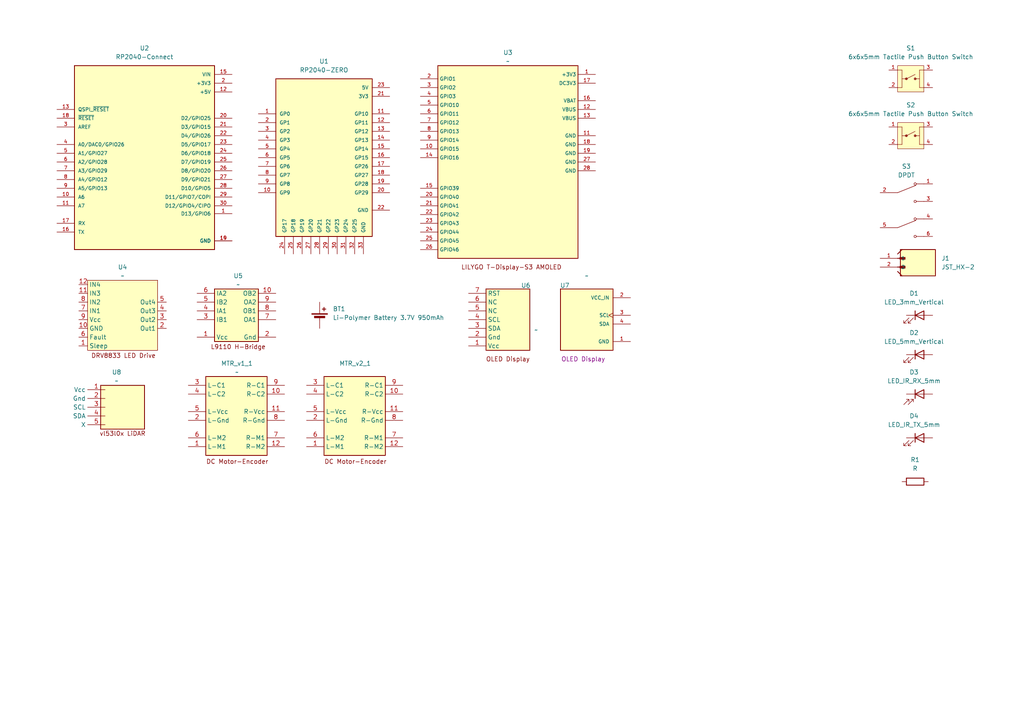
<source format=kicad_sch>
(kicad_sch (version 20250114) (generator "eeschema") (generator_version "9.0")
  (paper "A4")
  (lib_symbols
    (symbol "MicroMouse_2025_v2:6x6x5mm Tactile Push Button Switch" (pin_names (offset 1.016))
      (property "Reference" "S" (at -4.3222 4.068 0))
      (property "Value" "6x6x5mm Tactile Push Button Switch" (at -17.78 -6.096 0))
      (symbol "6x6x5mm Tactile Push Button Switch_0_0"
        (rectangle (start -3.81 3.81) (end 3.81 -3.81) (stroke (width 0.127)) (fill (type background)))
        (polyline (pts (xy -3.81 2.54) (xy -2.54 2.54)) (stroke (width 0.127)))
        (polyline (pts (xy -2.54 2.54) (xy -2.54 -2.54)) (stroke (width 0.127)))
        (polyline (pts (xy -2.54 0) (xy -1.27 0)) (stroke (width 0.127)))
        (polyline (pts (xy -2.54 -2.54) (xy -3.81 -2.54)) (stroke (width 0.127)))
        (circle (center -1.27 0) (radius 0.254) (stroke (width 0.2159)))
        (polyline (pts (xy -1.27 0) (xy 1.27 1.27)) (stroke (width 0.127)))
        (polyline (pts (xy 1.27 0) (xy 2.54 0)) (stroke (width 0.127)))
        (circle (center 1.27 0) (radius 0.254) (stroke (width 0.2159)))
        (polyline (pts (xy 2.54 2.54) (xy 2.54 -2.54)) (stroke (width 0.127)))
        (polyline (pts (xy 2.54 -2.54) (xy 3.81 -2.54)) (stroke (width 0.127)))
        (polyline (pts (xy 3.81 2.54) (xy 2.54 2.54)) (stroke (width 0.127)))
        (pin passive line (at -6.35 2.54 0) (length 2.54) (name "~") (number "1"))
        (pin passive line (at -6.35 -2.54 0) (length 2.54) (name "~") (number "2"))
        (pin passive line (at 6.35 2.54 180) (length 2.54) (name "~") (number "3"))
        (pin passive line (at 6.35 -2.54 180) (length 2.54) (name "~") (number "4"))
      )
    )
    (symbol "MicroMouse_2025_v2:Battery_Cell" (pin_numbers (hide yes)) (pin_names (offset 0) (hide yes))
      (property "Reference" "BT" (at 2.54 2.54 0))
      (property "Value" "Li-Polymer Battery 3.7V 950mAh" (at 2.54 0 0))
      (symbol "Battery_Cell_0_1"
        (rectangle (start -2.286 1.778) (end 2.286 1.524) (fill (type outline)))
        (rectangle (start -1.524 1.016) (end 1.524 0.508) (fill (type outline)))
        (polyline (pts (xy 0 1.778) (xy 0 2.54)))
        (polyline (pts (xy 0 0.762) (xy 0 0)))
        (polyline (pts (xy 0.762 3.048) (xy 1.778 3.048)) (stroke (width 0.254)))
        (polyline (pts (xy 1.27 3.556) (xy 1.27 2.54)) (stroke (width 0.254)))
      )
      (symbol "Battery_Cell_1_1"
        (pin passive line (at 0 5.08 270) (length 2.54) (name "+") (number "1"))
        (pin passive line (at 0 -2.54 90) (length 2.54) (name "-") (number "2"))
      )
    )
    (symbol "MicroMouse_2025_v2:DC_Motor-Encoder_v1"
      (property "Reference" "MTR_v1_" (at -2.794 6.35 0))
      (symbol "DC_Motor-Encoder_v1_0_1"
        (rectangle (start -6.35 5.08) (end 11.43 -17.78) (stroke (width 0.254)) (fill (type background)))
      )
      (symbol "DC_Motor-Encoder_v1_1_1"
        (text "DC Motor-Encoder" (at 2.794 -19.558 0) (effects (font (size 1.27 1.27))))
        (pin output line (at -11.43 2.54 0) (length 5.08) (name "L-C1") (number "3"))
        (pin output line (at -11.43 0 0) (length 5.08) (name "L-C2") (number "4"))
        (pin input line (at -11.43 -5.08 0) (length 5.08) (name "L-Vcc") (number "5"))
        (pin input line (at -11.43 -7.62 0) (length 5.08) (name "L-Gnd") (number "2"))
        (pin input line (at -11.43 -12.7 0) (length 5.08) (name "L-M2") (number "6"))
        (pin input line (at -11.43 -15.24 0) (length 5.08) (name "L-M1") (number "1"))
        (pin output line (at 16.51 2.54 180) (length 5.08) (name "R-C1") (number "9"))
        (pin output line (at 16.51 0 180) (length 5.08) (name "R-C2") (number "10"))
        (pin input line (at 16.51 -5.08 180) (length 5.08) (name "R-Vcc") (number "11"))
        (pin input line (at 16.51 -7.62 180) (length 5.08) (name "R-Gnd") (number "8"))
        (pin input line (at 16.51 -12.7 180) (length 5.08) (name "R-M1") (number "7"))
        (pin input line (at 16.51 -15.24 180) (length 5.08) (name "R-M2") (number "12"))
      )
    )
    (symbol "MicroMouse_2025_v2:DC_Motor-Encoder_v2"
      (property "Reference" "MTR_v2_" (at -2.54 6.35 0))
      (symbol "DC_Motor-Encoder_v2_0_1"
        (rectangle (start -6.35 5.08) (end 11.43 -17.78) (stroke (width 0.254)) (fill (type background)))
      )
      (symbol "DC_Motor-Encoder_v2_1_1"
        (text "DC Motor-Encoder" (at 2.794 -19.558 0) (effects (font (size 1.27 1.27))))
        (pin output line (at -11.43 2.54 0) (length 5.08) (name "L-C1") (number "3"))
        (pin output line (at -11.43 0 0) (length 5.08) (name "L-C2") (number "4"))
        (pin input line (at -11.43 -5.08 0) (length 5.08) (name "L-Vcc") (number "5"))
        (pin input line (at -11.43 -7.62 0) (length 5.08) (name "L-Gnd") (number "2"))
        (pin input line (at -11.43 -12.7 0) (length 5.08) (name "L-M2") (number "6"))
        (pin input line (at -11.43 -15.24 0) (length 5.08) (name "L-M1") (number "1"))
        (pin output line (at 16.51 2.54 180) (length 5.08) (name "R-C1") (number "9"))
        (pin output line (at 16.51 0 180) (length 5.08) (name "R-C2") (number "10"))
        (pin input line (at 16.51 -5.08 180) (length 5.08) (name "R-Vcc") (number "11"))
        (pin input line (at 16.51 -7.62 180) (length 5.08) (name "R-Gnd") (number "8"))
        (pin input line (at 16.51 -12.7 180) (length 5.08) (name "R-M1") (number "7"))
        (pin input line (at 16.51 -15.24 180) (length 5.08) (name "R-M2") (number "12"))
      )
    )
    (symbol "MicroMouse_2025_v2:DPDT" (pin_names (offset 1.016))
      (property "Reference" "S" (at -2.54 10.16 0))
      (property "Value" "DPDT" (at -2.54 -10.16 0))
      (symbol "DPDT_0_0"
        (polyline (pts (xy -2.54 5.08) (xy -5.08 5.08)) (stroke (width 0.1524)))
        (polyline (pts (xy -2.54 5.08) (xy 2.794 7.2136)) (stroke (width 0.1524)))
        (polyline (pts (xy -2.54 -5.08) (xy -5.08 -5.08)) (stroke (width 0.1524)))
        (polyline (pts (xy -2.54 -5.08) (xy 2.794 -2.9464)) (stroke (width 0.1524)))
        (circle (center 2.54 7.62) (radius 0.3302) (stroke (width 0.1524)))
        (circle (center 2.54 2.54) (radius 0.3302) (stroke (width 0.1524)))
        (circle (center 2.54 -2.54) (radius 0.3302) (stroke (width 0.1524)))
        (circle (center 2.54 -7.62) (radius 0.3302) (stroke (width 0.1524)))
        (polyline (pts (xy 5.08 7.62) (xy 2.921 7.62)) (stroke (width 0.1524)))
        (polyline (pts (xy 5.08 2.54) (xy 2.921 2.54)) (stroke (width 0.1524)))
        (polyline (pts (xy 5.08 -2.54) (xy 2.921 -2.54)) (stroke (width 0.1524)))
        (polyline (pts (xy 5.08 -7.62) (xy 2.921 -7.62)) (stroke (width 0.1524)))
        (pin passive line (at -7.62 5.08 0) (length 2.54) (name "~") (number "2"))
        (pin passive line (at -7.62 -5.08 0) (length 2.54) (name "~") (number "5"))
        (pin passive line (at 7.62 7.62 180) (length 2.54) (name "~") (number "1"))
        (pin passive line (at 7.62 2.54 180) (length 2.54) (name "~") (number "3"))
        (pin passive line (at 7.62 -2.54 180) (length 2.54) (name "~") (number "4"))
        (pin passive line (at 7.62 -7.62 180) (length 2.54) (name "~") (number "6"))
      )
    )
    (symbol "MicroMouse_2025_v2:DRV8833"
      (property "Reference" "U" (at -8.89 10.16 0))
      (symbol "DRV8833_0_1"
        (rectangle (start -10.16 8.89) (end 10.16 -11.43) (fill (type background)))
      )
      (symbol "DRV8833_1_1"
        (text "DRV8833 LED Drive" (at 0.254 -12.954 0) (effects (font (size 1.27 1.27))))
        (pin input line (at -12.7 7.62 0) (length 2.54) (name "IN4") (number "12"))
        (pin input line (at -12.7 5.08 0) (length 2.54) (name "IN3") (number "11"))
        (pin input line (at -12.7 2.54 0) (length 2.54) (name "IN2") (number "8"))
        (pin input line (at -12.7 0 0) (length 2.54) (name "IN1") (number "7"))
        (pin power_in line (at -12.7 -2.54 0) (length 2.54) (name "Vcc") (number "9"))
        (pin power_in line (at -12.7 -5.08 0) (length 2.54) (name "GND") (number "10"))
        (pin bidirectional line (at -12.7 -7.62 0) (length 2.54) (name "Fault") (number "6"))
        (pin bidirectional line (at -12.7 -10.16 0) (length 2.54) (name "Sleep") (number "1"))
        (pin power_out line (at 12.7 2.54 180) (length 2.54) (name "Out4") (number "5"))
        (pin power_out line (at 12.7 0 180) (length 2.54) (name "Out3") (number "4"))
        (pin power_out line (at 12.7 -2.54 180) (length 2.54) (name "Out2") (number "3"))
        (pin power_out line (at 12.7 -5.08 180) (length 2.54) (name "Out1") (number "2"))
      )
    )
    (symbol "MicroMouse_2025_v2:Display_OLED_0.96Inch_SPI_I2C"
      (property "Reference" "U" (at 0.508 -1.524 0))
      (property "Value" "~" (at 0 0 0))
      (symbol "Display_OLED_0.96Inch_SPI_I2C_0_1"
        (rectangle (start -1.27 -2.54) (end 11.43 -20.32) (stroke (width 0.254)) (fill (type background)))
      )
      (symbol "Display_OLED_0.96Inch_SPI_I2C_1_1"
        (text "OLED Display" (at 5.08 -22.86 0) (effects (font (size 1.27 1.27))))
        (pin input line (at -6.35 -3.81 0) (length 5.08) (name "RST") (number "7"))
        (pin input line (at -6.35 -6.35 0) (length 5.08) (name "NC") (number "6"))
        (pin input line (at -6.35 -8.89 0) (length 5.08) (name "NC") (number "5"))
        (pin input line (at -6.35 -11.43 0) (length 5.08) (name "SCL") (number "4"))
        (pin input line (at -6.35 -13.97 0) (length 5.08) (name "SDA") (number "3"))
        (pin input line (at -6.35 -16.51 0) (length 5.08) (name "Gnd") (number "2"))
        (pin input line (at -6.35 -19.05 0) (length 5.08) (name "Vcc") (number "1"))
      )
    )
    (symbol "MicroMouse_2025_v2:Display_OLED_096-636" (pin_names (offset 1.016))
      (property "Reference" "U" (at -7.62 10.922 0))
      (property "MANUFACTURER" "OLED Display" (at -1.524 -9.906 0))
      (symbol "Display_OLED_096-636_0_0"
        (rectangle (start -7.62 10.16) (end 7.62 -7.62) (stroke (width 0.254)) (fill (type background)))
        (pin power_in line (at 12.7 7.62 180) (length 5.08) (name "VCC_IN") (number "2"))
        (pin input clock (at 12.7 2.54 180) (length 5.08) (name "SCL") (number "3"))
        (pin bidirectional line (at 12.7 0 180) (length 5.08) (name "SDA") (number "4"))
        (pin power_in line (at 12.7 -5.08 180) (length 5.08) (name "GND") (number "1"))
      )
    )
    (symbol "MicroMouse_2025_v2:L9110_H-Bridge"
      (property "Reference" "U" (at 0 0 0))
      (symbol "L9110_H-Bridge_0_1"
        (rectangle (start -1.27 -2.54) (end 11.43 -17.78) (stroke (width 0.254)) (fill (type background)))
      )
      (symbol "L9110_H-Bridge_1_1"
        (text "L9110 H-Bridge" (at 5.588 -19.304 0) (effects (font (size 1.27 1.27))))
        (pin input line (at -6.35 -3.81 0) (length 5.08) (name "IA2") (number "6"))
        (pin input line (at -6.35 -6.35 0) (length 5.08) (name "IB2") (number "5"))
        (pin input line (at -6.35 -8.89 0) (length 5.08) (name "IA1") (number "4"))
        (pin input line (at -6.35 -11.43 0) (length 5.08) (name "IB1") (number "3"))
        (pin input line (at -6.35 -16.51 0) (length 5.08) (name "Vcc") (number "1"))
        (pin output line (at 16.51 -3.81 180) (length 5.08) (name "OB2") (number "10"))
        (pin output line (at 16.51 -6.35 180) (length 5.08) (name "OA2") (number "9"))
        (pin output line (at 16.51 -8.89 180) (length 5.08) (name "OB1") (number "8"))
        (pin output line (at 16.51 -11.43 180) (length 5.08) (name "OA1") (number "7"))
        (pin input line (at 16.51 -16.51 180) (length 5.08) (name "Gnd") (number "2"))
      )
    )
    (symbol "MicroMouse_2025_v2:LED_3mm_Vertical" (pin_numbers (hide yes)) (pin_names (offset 1.016) (hide yes))
      (property "Reference" "D" (at 0 2.54 0))
      (property "Value" "LED_3mm_Vertical" (at 0 -3.81 0))
      (symbol "LED_3mm_Vertical_0_1"
        (polyline (pts (xy -3.048 -0.762) (xy -4.572 -2.286) (xy -3.81 -2.286) (xy -4.572 -2.286) (xy -4.572 -1.524)))
        (polyline (pts (xy -1.778 -0.762) (xy -3.302 -2.286) (xy -2.54 -2.286) (xy -3.302 -2.286) (xy -3.302 -1.524)))
        (polyline (pts (xy -1.27 0) (xy 1.27 0)))
        (polyline (pts (xy -1.27 -1.27) (xy -1.27 1.27)) (stroke (width 0.254)))
        (polyline (pts (xy 1.27 -1.27) (xy 1.27 1.27) (xy -1.27 0) (xy 1.27 -1.27)) (stroke (width 0.254)))
      )
      (symbol "LED_3mm_Vertical_1_1"
        (pin passive line (at -3.81 0 0) (length 2.54) (name "K") (number "1"))
        (pin passive line (at 3.81 0 180) (length 2.54) (name "A") (number "2"))
      )
    )
    (symbol "MicroMouse_2025_v2:LED_5mm_Vertical" (pin_numbers (hide yes)) (pin_names (offset 1.016) (hide yes))
      (property "Reference" "D" (at 0 2.54 0))
      (property "Value" "LED_5mm_Vertical" (at 0 -4.318 0))
      (symbol "LED_5mm_Vertical_0_1"
        (polyline (pts (xy -3.048 -0.762) (xy -4.572 -2.286) (xy -3.81 -2.286) (xy -4.572 -2.286) (xy -4.572 -1.524)))
        (polyline (pts (xy -1.778 -0.762) (xy -3.302 -2.286) (xy -2.54 -2.286) (xy -3.302 -2.286) (xy -3.302 -1.524)))
        (polyline (pts (xy -1.27 0) (xy 1.27 0)))
        (polyline (pts (xy -1.27 -1.27) (xy -1.27 1.27)) (stroke (width 0.254)))
        (polyline (pts (xy 1.27 -1.27) (xy 1.27 1.27) (xy -1.27 0) (xy 1.27 -1.27)) (stroke (width 0.254)))
      )
      (symbol "LED_5mm_Vertical_1_1"
        (pin passive line (at -3.81 0 0) (length 2.54) (name "K") (number "1"))
        (pin passive line (at 3.81 0 180) (length 2.54) (name "A") (number "2"))
      )
    )
    (symbol "MicroMouse_2025_v2:LED_IR_RX_5mm" (pin_numbers (hide yes)) (pin_names (offset 1.016) (hide yes))
      (property "Reference" "D" (at 0 2.54 0))
      (property "Value" "LED_IR_RX_5mm" (at 0 -4.318 0))
      (symbol "LED_IR_RX_5mm_0_1"
        (polyline (pts (xy -4.572 -3.048) (xy -3.048 -1.524) (xy -3.81 -1.524) (xy -3.048 -1.524) (xy -3.048 -2.286)))
        (polyline (pts (xy -3.302 -3.048) (xy -1.778 -1.524) (xy -2.54 -1.524) (xy -1.778 -1.524) (xy -1.778 -2.286)))
        (polyline (pts (xy -1.27 0) (xy 1.27 0)))
        (polyline (pts (xy -1.27 -1.27) (xy -1.27 1.27)) (stroke (width 0.254)))
        (polyline (pts (xy 1.27 -1.27) (xy 1.27 1.27) (xy -1.27 0) (xy 1.27 -1.27)) (stroke (width 0.254)))
      )
      (symbol "LED_IR_RX_5mm_1_1"
        (pin passive line (at -3.81 0 0) (length 2.54) (name "K") (number "1"))
        (pin passive line (at 3.81 0 180) (length 2.54) (name "A") (number "2"))
      )
    )
    (symbol "MicroMouse_2025_v2:LED_IR_TX_5mm" (pin_numbers (hide yes)) (pin_names (offset 1.016) (hide yes))
      (property "Reference" "D" (at 0 2.54 0))
      (property "Value" "LED_IR_TX_5mm" (at 0 -3.81 0))
      (symbol "LED_IR_TX_5mm_0_1"
        (polyline (pts (xy -3.048 -0.762) (xy -4.572 -2.286) (xy -3.81 -2.286) (xy -4.572 -2.286) (xy -4.572 -1.524)))
        (polyline (pts (xy -1.778 -0.762) (xy -3.302 -2.286) (xy -2.54 -2.286) (xy -3.302 -2.286) (xy -3.302 -1.524)))
        (polyline (pts (xy -1.27 0) (xy 1.27 0)))
        (polyline (pts (xy -1.27 -1.27) (xy -1.27 1.27)) (stroke (width 0.254)))
        (polyline (pts (xy 1.27 -1.27) (xy 1.27 1.27) (xy -1.27 0) (xy 1.27 -1.27)) (stroke (width 0.254)))
      )
      (symbol "LED_IR_TX_5mm_1_1"
        (pin passive line (at -3.81 0 0) (length 2.54) (name "K") (number "1"))
        (pin passive line (at 3.81 0 180) (length 2.54) (name "A") (number "2"))
      )
    )
    (symbol "MicroMouse_2025_v2:LILYGO T-Display-S3 AMOLED"
      (property "Reference" "U" (at -19.304 26.67 0))
      (symbol "LILYGO T-Display-S3 AMOLED_0_0"
        (rectangle (start -20.32 25.4) (end 20.32 -30.48) (stroke (width 0.254)) (fill (type background)))
      )
      (symbol "LILYGO T-Display-S3 AMOLED_1_0"
        (pin bidirectional line (at -25.4 21.59 0) (length 5.08) (name "GPIO1") (number "2"))
        (pin bidirectional line (at -25.4 19.05 0) (length 5.08) (name "GPIO2") (number "3"))
        (pin bidirectional line (at -25.4 16.51 0) (length 5.08) (name "GPIO3") (number "4"))
        (pin bidirectional line (at -25.4 13.97 0) (length 5.08) (name "GPIO10") (number "5"))
        (pin bidirectional line (at -25.4 11.43 0) (length 5.08) (name "GPIO11") (number "6"))
        (pin bidirectional line (at -25.4 8.89 0) (length 5.08) (name "GPIO12") (number "7"))
        (pin bidirectional line (at -25.4 6.35 0) (length 5.08) (name "GPIO13") (number "8"))
        (pin bidirectional line (at -25.4 3.81 0) (length 5.08) (name "GPIO14") (number "9"))
        (pin bidirectional line (at -25.4 1.27 0) (length 5.08) (name "GPIO15") (number "10"))
        (pin bidirectional line (at -25.4 -1.27 0) (length 5.08) (name "GPIO16") (number "14"))
        (pin bidirectional line (at -25.4 -10.16 0) (length 5.08) (name "GPIO39") (number "15"))
        (pin bidirectional line (at -25.4 -12.7 0) (length 5.08) (name "GPIO40") (number "20"))
        (pin bidirectional line (at -25.4 -15.24 0) (length 5.08) (name "GPIO41") (number "21"))
        (pin bidirectional line (at -25.4 -17.78 0) (length 5.08) (name "GPIO42") (number "22"))
        (pin bidirectional line (at -25.4 -20.32 0) (length 5.08) (name "GPIO43") (number "23"))
        (pin bidirectional line (at -25.4 -22.86 0) (length 5.08) (name "GPIO44") (number "24"))
        (pin bidirectional line (at -25.4 -25.4 0) (length 5.08) (name "GPIO45") (number "25"))
        (pin bidirectional line (at -25.4 -27.94 0) (length 5.08) (name "GPIO46") (number "26"))
        (pin power_out line (at 25.4 22.86 180) (length 5.08) (name "+3V3") (number "1"))
        (pin power_out line (at 25.4 20.32 180) (length 5.08) (name "DC3V3") (number "17"))
        (pin power_in line (at 25.4 15.24 180) (length 5.08) (name "VBAT") (number "16"))
        (pin power_in line (at 25.4 12.7 180) (length 5.08) (name "VBUS") (number "12"))
        (pin power_in line (at 25.4 10.16 180) (length 5.08) (name "VBUS") (number "13"))
        (pin power_in line (at 25.4 5.08 180) (length 5.08) (name "GND") (number "11"))
        (pin power_in line (at 25.4 2.54 180) (length 5.08) (name "GND") (number "18"))
        (pin power_in line (at 25.4 0 180) (length 5.08) (name "GND") (number "19"))
        (pin power_in line (at 25.4 -2.54 180) (length 5.08) (name "GND") (number "27"))
        (pin power_in line (at 25.4 -5.08 180) (length 5.08) (name "GND") (number "28"))
      )
      (symbol "LILYGO T-Display-S3 AMOLED_1_1"
        (text "LILYGO T-Display-S3 AMOLED" (at 1.016 -33.02 0) (effects (font (size 1.27 1.27))))
      )
    )
    (symbol "MicroMouse_2025_v2:R" (pin_numbers (hide yes)) (pin_names (offset 0))
      (property "Reference" "R" (at 2.032 0 90))
      (property "Value" "R" (at 0 0 90))
      (symbol "R_0_1"
        (rectangle (start -1.016 -2.54) (end 1.016 2.54) (stroke (width 0.254)))
      )
      (symbol "R_1_1"
        (pin passive line (at 0 3.81 270) (length 1.27) (name "~") (number "1"))
        (pin passive line (at 0 -3.81 90) (length 1.27) (name "~") (number "2"))
      )
    )
    (symbol "MicroMouse_2025_v2:RP2040-Connect" (pin_names (offset 1.016))
      (property "Reference" "U" (at -20.32 26.289 0))
      (property "Value" "RP2040-Connect" (at -20.32 -30.48 0))
      (symbol "RP2040-Connect_0_0"
        (rectangle (start -20.32 25.4) (end 20.32 -27.94) (stroke (width 0.254)) (fill (type background)))
        (pin input line (at -25.4 12.7 0) (length 5.08) (name "QSPI_~{RESET}") (number "13"))
        (pin input line (at -25.4 10.16 0) (length 5.08) (name "~{RESET}") (number "18"))
        (pin bidirectional line (at -25.4 7.62 0) (length 5.08) (name "AREF") (number "3"))
        (pin bidirectional line (at -25.4 2.54 0) (length 5.08) (name "A0/DAC0/GPIO26") (number "4"))
        (pin bidirectional line (at -25.4 0 0) (length 5.08) (name "A1/GPIO27") (number "5"))
        (pin bidirectional line (at -25.4 -2.54 0) (length 5.08) (name "A2/GPIO28") (number "6"))
        (pin bidirectional line (at -25.4 -5.08 0) (length 5.08) (name "A3/GPIO29") (number "7"))
        (pin bidirectional line (at -25.4 -7.62 0) (length 5.08) (name "A4/GPIO12") (number "8"))
        (pin bidirectional line (at -25.4 -10.16 0) (length 5.08) (name "A5/GPIO13") (number "9"))
        (pin bidirectional line (at -25.4 -12.7 0) (length 5.08) (name "A6") (number "10"))
        (pin bidirectional line (at -25.4 -15.24 0) (length 5.08) (name "A7") (number "11"))
        (pin bidirectional line (at -25.4 -20.32 0) (length 5.08) (name "RX") (number "17"))
        (pin bidirectional line (at -25.4 -22.86 0) (length 5.08) (name "TX") (number "16"))
        (pin power_in line (at 25.4 22.86 180) (length 5.08) (name "VIN") (number "15"))
        (pin power_in line (at 25.4 20.32 180) (length 5.08) (name "+3V3") (number "2"))
        (pin power_in line (at 25.4 17.78 180) (length 5.08) (name "+5V") (number "12"))
        (pin bidirectional line (at 25.4 10.16 180) (length 5.08) (name "D2/GPIO25") (number "20"))
        (pin bidirectional line (at 25.4 7.62 180) (length 5.08) (name "D3/GPIO15") (number "21"))
        (pin bidirectional line (at 25.4 5.08 180) (length 5.08) (name "D4/GPIO26") (number "22"))
        (pin bidirectional line (at 25.4 2.54 180) (length 5.08) (name "D5/GPIO17") (number "23"))
        (pin bidirectional line (at 25.4 0 180) (length 5.08) (name "D6/GPIO18") (number "24"))
        (pin bidirectional line (at 25.4 -2.54 180) (length 5.08) (name "D7/GPIO19") (number "25"))
        (pin bidirectional line (at 25.4 -5.08 180) (length 5.08) (name "D8/GPIO20") (number "26"))
        (pin bidirectional line (at 25.4 -7.62 180) (length 5.08) (name "D9/GPIO21") (number "27"))
        (pin bidirectional line (at 25.4 -10.16 180) (length 5.08) (name "D10/GPIO5") (number "28"))
        (pin bidirectional line (at 25.4 -12.7 180) (length 5.08) (name "D11/GPIO7/COPI") (number "29"))
        (pin bidirectional line (at 25.4 -15.24 180) (length 5.08) (name "D12/GPIO4/CIPO") (number "30"))
        (pin bidirectional line (at 25.4 -17.526 180) (length 5.08) (name "D13/GPIO6") (number "1"))
        (pin power_in line (at 25.4 -25.4 180) (length 5.08) (name "GND") (number "14"))
        (pin power_in line (at 25.4 -25.4 180) (length 5.08) (name "GND") (number "19"))
      )
    )
    (symbol "MicroMouse_2025_v2:RP2040-ZERO" (pin_names (offset 1.016))
      (property "Reference" "U" (at -12.7 21.082 0))
      (property "Value" "RP2040-ZERO" (at -5.842 -2.286 0))
      (symbol "RP2040-ZERO_0_0"
        (rectangle (start -12.7 20.32) (end 15.24 -25.4) (stroke (width 0.254)) (fill (type background)))
        (pin bidirectional line (at -17.78 10.16 0) (length 5.08) (name "GP0") (number "1"))
        (pin bidirectional line (at -17.78 7.62 0) (length 5.08) (name "GP1") (number "2"))
        (pin bidirectional line (at -17.78 5.08 0) (length 5.08) (name "GP2") (number "3"))
        (pin bidirectional line (at -17.78 2.54 0) (length 5.08) (name "GP3") (number "4"))
        (pin bidirectional line (at -17.78 0 0) (length 5.08) (name "GP4") (number "5"))
        (pin bidirectional line (at -17.78 -2.54 0) (length 5.08) (name "GP5") (number "6"))
        (pin bidirectional line (at -17.78 -5.08 0) (length 5.08) (name "GP6") (number "7"))
        (pin bidirectional line (at -17.78 -7.62 0) (length 5.08) (name "GP7") (number "8"))
        (pin bidirectional line (at -17.78 -10.16 0) (length 5.08) (name "GP8") (number "9"))
        (pin bidirectional line (at -17.78 -12.7 0) (length 5.08) (name "GP9") (number "10"))
        (pin power_in line (at 20.32 17.78 180) (length 5.08) (name "5V") (number "23"))
        (pin power_in line (at 20.32 15.24 180) (length 5.08) (name "3V3") (number "21"))
        (pin bidirectional line (at 20.32 10.16 180) (length 5.08) (name "GP10") (number "11"))
        (pin bidirectional line (at 20.32 7.62 180) (length 5.08) (name "GP11") (number "12"))
        (pin bidirectional line (at 20.32 5.08 180) (length 5.08) (name "GP12") (number "13"))
        (pin bidirectional line (at 20.32 2.54 180) (length 5.08) (name "GP13") (number "14"))
        (pin bidirectional line (at 20.32 0 180) (length 5.08) (name "GP14") (number "15"))
        (pin bidirectional line (at 20.32 -2.54 180) (length 5.08) (name "GP15") (number "16"))
        (pin bidirectional line (at 20.32 -5.08 180) (length 5.08) (name "GP26") (number "17"))
        (pin bidirectional line (at 20.32 -7.62 180) (length 5.08) (name "GP27") (number "18"))
        (pin bidirectional line (at 20.32 -10.16 180) (length 5.08) (name "GP28") (number "19"))
        (pin bidirectional line (at 20.32 -12.7 180) (length 5.08) (name "GP29") (number "20"))
        (pin power_in line (at 20.32 -17.78 180) (length 5.08) (name "GND") (number "22"))
      )
      (symbol "RP2040-ZERO_1_0"
        (pin bidirectional line (at -10.16 -30.48 90) (length 5.08) (name "GP17") (number "24"))
        (pin bidirectional line (at -7.62 -30.48 90) (length 5.08) (name "GP18") (number "25"))
        (pin bidirectional line (at -5.08 -30.48 90) (length 5.08) (name "GP19") (number "26"))
        (pin bidirectional line (at -2.54 -30.48 90) (length 5.08) (name "GP20") (number "27"))
        (pin bidirectional line (at 0 -30.48 90) (length 5.08) (name "GP21") (number "28"))
        (pin bidirectional line (at 2.54 -30.48 90) (length 5.08) (name "GP22") (number "29"))
        (pin bidirectional line (at 5.08 -30.48 90) (length 5.08) (name "GP23") (number "30"))
        (pin bidirectional line (at 7.62 -30.48 90) (length 5.08) (name "GP24") (number "31"))
        (pin bidirectional line (at 10.16 -30.48 90) (length 5.08) (name "GP25") (number "32"))
        (pin bidirectional line (at 12.7 -30.48 90) (length 5.08) (name "GND") (number "33"))
      )
    )
    (symbol "MicroMouse_2025_v2:jst-xh-2-54mm" (pin_names (offset 1.016))
      (property "Reference" "J" (at 0.254 5.334 0))
      (property "Value" "JST_HX-2" (at -5.08 -5.08 0))
      (symbol "jst-xh-2-54mm_0_0"
        (polyline (pts (xy -5.08 3.81) (xy -3.81 5.08)) (stroke (width 0.254)))
        (polyline (pts (xy -5.08 2.54) (xy -3.175 2.54)) (stroke (width 0.254)))
        (polyline (pts (xy -5.08 0) (xy -3.175 0)) (stroke (width 0.254)))
        (polyline (pts (xy -5.08 -1.27) (xy -3.81 -2.54)) (stroke (width 0.254)))
        (rectangle (start -4.445 2.2225) (end -2.8575 2.8575) (stroke (width 0.1)) (fill (type outline)))
        (rectangle (start -4.445 -0.3175) (end -2.8575 0.3175) (stroke (width 0.1)) (fill (type outline)))
        (rectangle (start -4.2863 5.08) (end 5.8738 -2.54) (stroke (width 0.254)) (fill (type background)))
        (pin passive line (at -10.16 2.54 0) (length 5.08) (name "1") (number "1"))
        (pin passive line (at -10.16 0 0) (length 5.08) (name "2") (number "2"))
      )
    )
    (symbol "MicroMouse_2025_v2:vl53l0x_LiDAR"
      (property "Reference" "U" (at 0 0 0))
      (symbol "vl53l0x_LiDAR_0_1"
        (rectangle (start -1.27 -2.54) (end 11.43 -15.24) (stroke (width 0.254)) (fill (type background)))
      )
      (symbol "vl53l0x_LiDAR_1_1"
        (text "vl53l0x LiDAR" (at 5.08 -16.51 0) (effects (font (size 1.27 1.27))))
        (pin input line (at 0 -3.81 180) (length 5.08) (name "Vcc") (number "1"))
        (pin input line (at 0 -6.35 180) (length 5.08) (name "Gnd") (number "2"))
        (pin input line (at 0 -8.89 180) (length 5.08) (name "SCL") (number "3"))
        (pin bidirectional line (at 0 -11.43 180) (length 5.08) (name "SDA") (number "4"))
        (pin input line (at 0 -13.97 180) (length 5.08) (name "X") (number "5"))
      )
    )
  )
  (symbol (lib_id "MicroMouse_2025_v2:DC_Motor-Encoder_v1") (at 66.04 114.3 0) (unit 1)
    (property "Reference" "MTR_v1_1" (at 68.7293 105.41 0))
    (property "Value" "~" (at 68.7293 107.95 0))
    (property "Footprint" "MicroMouse_2025_v2:DC_Motor-Encoder_v1" (effects (hide yes)))
  )
  (symbol (lib_id "MicroMouse_2025_v2:LED_5mm_Vertical") (at 266.7 102.87 0) (unit 1)
    (property "Reference" "D2" (at 265.1125 96.52 0))
    (property "Value" "LED_5mm_Vertical" (at 265.1125 99.06 0))
    (property "Footprint" "MicroMouse_2025_v2:LED_5mm_Vertical" (effects (hide yes)))
    (property "Description" "Light emitting diode" (effects (hide yes)))
    (property "Sim.Pins" "1=K 2=A" (effects (hide yes)))
  )
  (symbol (lib_id "MicroMouse_2025_v2:Display_OLED_0.96Inch_SPI_I2C") (at 142.24 81.28 0) (unit 1)
    (property "Reference" "U6" (at 151.13 82.804 0) (effects (justify left)))
    (property "Value" "~" (at 154.94 95.6973 0) (effects (justify left)))
    (property "Footprint" "MicroMouse_2025_v2:Display_OLED_0.96Inch_SPI_I2C" (effects (hide yes)))
    (property "Datasheet" "https://robu.in/product/waveshare-0-96inch-oled-display-module-128x64-resolution-spi-i2c-communication-version-e-blue/" (effects (hide yes)))
  )
  (symbol (lib_id "MicroMouse_2025_v2:LED_IR_TX_5mm") (at 266.7 127 0) (unit 1)
    (property "Reference" "D4" (at 265.1125 120.65 0))
    (property "Value" "LED_IR_TX_5mm" (at 265.1125 123.19 0))
    (property "Footprint" "MicroMouse_2025_v2:LED_5mm_IR_TX" (effects (hide yes)))
    (property "Description" "Light emitting diode" (effects (hide yes)))
    (property "Sim.Pins" "1=K 2=A" (effects (hide yes)))
  )
  (symbol (lib_id "MicroMouse_2025_v2:LED_IR_RX_5mm") (at 266.7 114.3 0) (unit 1)
    (property "Reference" "D3" (at 265.1125 107.95 0))
    (property "Value" "LED_IR_RX_5mm" (at 265.1125 110.49 0))
    (property "Footprint" "MicroMouse_2025_v2:LED_5mm_IR_RX" (effects (hide yes)))
    (property "Description" "Light emitting diode" (effects (hide yes)))
    (property "Sim.Pins" "1=K 2=A" (effects (hide yes)))
  )
  (symbol (lib_id "MicroMouse_2025_v2:6x6x5mm Tactile Push Button Switch") (at 264.16 22.86 0) (unit 1)
    (property "Reference" "S1" (at 264.16 13.97 0))
    (property "Value" "6x6x5mm Tactile Push Button Switch" (at 264.16 16.51 0))
    (property "Footprint" "MicroMouse_2025_v2:Button Tactile Push Switch 6x6x5mm" (effects (hide yes)))
  )
  (symbol (lib_id "MicroMouse_2025_v2:RP2040-Connect") (at 41.91 44.45 0) (unit 1)
    (property "Reference" "U2" (at 41.91 13.97 0))
    (property "Value" "RP2040-Connect" (at 41.91 16.51 0))
    (property "Footprint" "MicroMouse_2025_v2:RP2040-Connect" (effects (hide yes)))
  )
  (symbol (lib_id "MicroMouse_2025_v2:RP2040-ZERO") (at 92.71 43.18 0) (unit 1)
    (property "Reference" "U1" (at 93.98 17.78 0))
    (property "Value" "RP2040-ZERO" (at 93.98 20.32 0))
    (property "Footprint" "MicroMouse_2025_v2:RP2040-ZERO" (effects (hide yes)))
  )
  (symbol (lib_id "MicroMouse_2025_v2:DRV8833") (at 35.56 90.17 0) (unit 1)
    (property "Reference" "U4" (at 35.56 77.47 0))
    (property "Value" "~" (at 35.56 80.01 0))
    (property "Footprint" "MicroMouse_2025_v2:H_Bridge_DRV8833" (effects (hide yes)))
  )
  (symbol (lib_id "MicroMouse_2025_v2:jst-xh-2-54mm") (at 265.43 77.47 0) (unit 1)
    (property "Reference" "J1" (at 273.05 74.9299 0) (effects (justify left)))
    (property "Value" "JST_HX-2" (at 273.05 77.4699 0) (effects (justify left)))
    (property "Footprint" "MicroMouse_2025_v2:Connector_JST_XH_2" (effects (hide yes)))
  )
  (symbol (lib_id "MicroMouse_2025_v2:LED_3mm_Vertical") (at 266.7 91.44 0) (unit 1)
    (property "Reference" "D1" (at 265.1125 85.09 0))
    (property "Value" "LED_3mm_Vertical" (at 265.1125 87.63 0))
    (property "Footprint" "MicroMouse_2025_v2:LED_3mm_Vertical" (effects (hide yes)))
    (property "Description" "Light emitting diode" (effects (hide yes)))
    (property "Sim.Pins" "1=K 2=A" (effects (hide yes)))
  )
  (symbol (lib_id "MicroMouse_2025_v2:Battery_Cell") (at 92.71 92.71 0) (unit 1)
    (property "Reference" "BT1" (at 96.52 89.5984 0) (effects (justify left)))
    (property "Value" "Li-Polymer Battery 3.7V 950mAh" (at 96.52 92.1384 0) (effects (justify left)))
    (property "Footprint" "MicroMouse_2025_v2:Battery Li-Polymer 3.7V 950mAh" (effects (hide yes)))
  )
  (symbol (lib_id "MicroMouse_2025_v2:DPDT") (at 262.89 60.96 0) (unit 1)
    (property "Reference" "S3" (at 262.89 48.26 0))
    (property "Value" "DPDT" (at 262.89 50.8 0))
    (property "Footprint" "MicroMouse_2025_v2:Button DPDT TPH Lock" (effects (hide yes)))
  )
  (symbol (lib_id "MicroMouse_2025_v2:vl53l0x_LiDAR") (at 30.48 109.22 0) (unit 1)
    (property "Reference" "U8" (at 33.8315 107.95 0))
    (property "Value" "~" (at 33.8315 110.49 0))
    (property "Footprint" "MicroMouse_2025_v2:vl53l0x LiDAR" (effects (hide yes)))
  )
  (symbol (lib_id "MicroMouse_2025_v2:R") (at 265.43 139.7 90) (unit 1)
    (property "Reference" "R1" (at 265.43 133.35 90))
    (property "Value" "R" (at 265.43 135.89 90))
    (property "Footprint" "MicroMouse_2025_v2:R_Axial" (effects (hide yes)))
    (property "Description" "Resistor" (effects (hide yes)))
  )
  (symbol (lib_id "MicroMouse_2025_v2:6x6x5mm Tactile Push Button Switch") (at 264.16 39.37 0) (unit 1)
    (property "Reference" "S2" (at 264.16 30.48 0))
    (property "Value" "6x6x5mm Tactile Push Button Switch" (at 264.16 33.02 0))
    (property "Footprint" "MicroMouse_2025_v2:Button Tactile Push Switch 6x6x5mm" (effects (hide yes)))
  )
  (symbol (lib_id "MicroMouse_2025_v2:DC_Motor-Encoder_v2") (at 100.33 114.3 0) (unit 1)
    (property "Reference" "MTR_v2_1" (at 103.0193 105.41 0))
    (property "Footprint" "MicroMouse_2025_v2:DC_Motor-Encoder_v2" (effects (hide yes)))
  )
  (symbol (lib_id "MicroMouse_2025_v2:Display_OLED_096-636") (at 170.18 93.98 0) (unit 1)
    (property "Reference" "U7" (at 163.83 82.804 0))
    (property "Value" "~" (at 170.18 80.01 0))
    (property "Footprint" "MicroMouse_2025_v2:Display_OLED_096-636" (effects (hide yes)))
    (property "MANUFACTURER" "OLED Display" (at 169.164 104.14 0))
  )
  (symbol (lib_id "MicroMouse_2025_v2:LILYGO T-Display-S3 AMOLED") (at 147.32 44.45 0) (unit 1)
    (property "Reference" "U3" (at 147.32 15.24 0))
    (property "Value" "~" (at 147.32 17.78 0))
    (property "Footprint" "MicroMouse_2025_v2:LILYGO T-Display-S3 AMOLED" (effects (hide yes)))
  )
  (symbol (lib_id "MicroMouse_2025_v2:L9110_H-Bridge") (at 63.5 81.28 0) (unit 1)
    (property "Reference" "U5" (at 69.088 80.01 0))
    (property "Value" "~" (at 69.088 82.55 0))
    (property "Footprint" "MicroMouse_2025_v2:H_Bridge_L9110S" (effects (hide yes)))
  )
)
</source>
